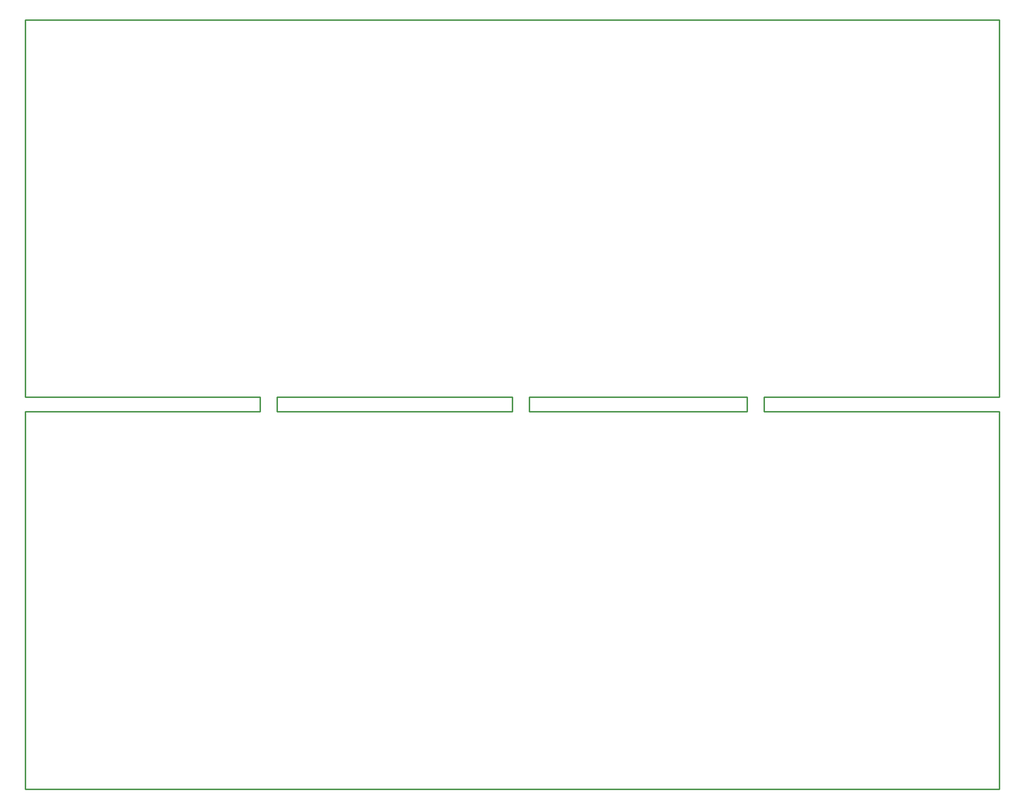
<source format=gbr>
G04 #@! TF.FileFunction,Profile,NP*
%FSLAX46Y46*%
G04 Gerber Fmt 4.6, Leading zero omitted, Abs format (unit mm)*
G04 Created by KiCad (PCBNEW no-vcs-found-product) date Mon 12 Oct 2015 08:19:25 AM BRT*
%MOMM*%
G01*
G04 APERTURE LIST*
%ADD10C,0.100000*%
%ADD11C,0.254000*%
G04 APERTURE END LIST*
D10*
D11*
X-3507740Y-130871213D02*
X166492262Y-130871213D01*
X-3507740Y3505200D02*
X166492262Y3505200D01*
X84482940Y-64932560D02*
X122496580Y-64932560D01*
X84482940Y-62435740D02*
X122496580Y-62435740D01*
X84482940Y-62435740D02*
X84482940Y-64932560D01*
X81488280Y-62435740D02*
X81488280Y-64932560D01*
X40487600Y-64932560D02*
X81488280Y-64932560D01*
D10*
X81488280Y-62435740D02*
X81490820Y-62435740D01*
D11*
X40487600Y-62435740D02*
X81488280Y-62435740D01*
D10*
X166491920Y-64932560D02*
X166494460Y-64932560D01*
D11*
X125491240Y-64932560D02*
X166491920Y-64932560D01*
X-3507740Y-64932560D02*
X37492940Y-64932560D01*
X125491240Y-62435740D02*
X166491920Y-62435740D01*
X-3507740Y-62435740D02*
X37492940Y-62435740D01*
X122496580Y-62435740D02*
X122496580Y-64932560D01*
X125491240Y-62435740D02*
X125491240Y-64932560D01*
X37492940Y-62435740D02*
X37492940Y-64932560D01*
X40487600Y-62435740D02*
X40487600Y-64932560D01*
X166491920Y3505200D02*
X166491920Y-62433200D01*
D10*
X166491920Y-62435740D02*
X166494460Y-62435740D01*
D11*
X166491920Y-64932560D02*
X166491920Y-130870960D01*
X-3507740Y-64932560D02*
X-3507740Y-130870960D01*
X-3507740Y3502660D02*
X-3507740Y-62435740D01*
M02*

</source>
